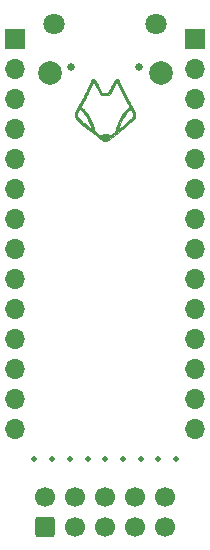
<source format=gbr>
%TF.GenerationSoftware,KiCad,Pcbnew,6.0.2-378541a8eb~116~ubuntu21.10.1*%
%TF.CreationDate,2022-02-16T23:17:44+01:00*%
%TF.ProjectId,GreenFox,47726565-6e46-46f7-982e-6b696361645f,Rev1*%
%TF.SameCoordinates,PX6d01460PY68c4118*%
%TF.FileFunction,Soldermask,Bot*%
%TF.FilePolarity,Negative*%
%FSLAX46Y46*%
G04 Gerber Fmt 4.6, Leading zero omitted, Abs format (unit mm)*
G04 Created by KiCad (PCBNEW 6.0.2-378541a8eb~116~ubuntu21.10.1) date 2022-02-16 23:17:44*
%MOMM*%
%LPD*%
G01*
G04 APERTURE LIST*
G04 Aperture macros list*
%AMRoundRect*
0 Rectangle with rounded corners*
0 $1 Rounding radius*
0 $2 $3 $4 $5 $6 $7 $8 $9 X,Y pos of 4 corners*
0 Add a 4 corners polygon primitive as box body*
4,1,4,$2,$3,$4,$5,$6,$7,$8,$9,$2,$3,0*
0 Add four circle primitives for the rounded corners*
1,1,$1+$1,$2,$3*
1,1,$1+$1,$4,$5*
1,1,$1+$1,$6,$7*
1,1,$1+$1,$8,$9*
0 Add four rect primitives between the rounded corners*
20,1,$1+$1,$2,$3,$4,$5,0*
20,1,$1+$1,$4,$5,$6,$7,0*
20,1,$1+$1,$6,$7,$8,$9,0*
20,1,$1+$1,$8,$9,$2,$3,0*%
G04 Aperture macros list end*
%ADD10C,0.010000*%
%ADD11C,0.650000*%
%ADD12C,1.800000*%
%ADD13C,2.000000*%
%ADD14C,0.500000*%
%ADD15O,1.700000X1.700000*%
%ADD16R,1.700000X1.700000*%
%ADD17C,1.700000*%
%ADD18RoundRect,0.250000X0.600000X-0.600000X0.600000X0.600000X-0.600000X0.600000X-0.600000X-0.600000X0*%
G04 APERTURE END LIST*
D10*
%TO.C,MARK1*%
X11025636Y40394381D02*
X11003371Y40365824D01*
X11003371Y40365824D02*
X10976581Y40325780D01*
X10976581Y40325780D02*
X10950179Y40281709D01*
X10950179Y40281709D02*
X10943722Y40270027D01*
X10943722Y40270027D02*
X10929423Y40243976D01*
X10929423Y40243976D02*
X10905961Y40201672D01*
X10905961Y40201672D02*
X10874559Y40145305D01*
X10874559Y40145305D02*
X10836443Y40077065D01*
X10836443Y40077065D02*
X10792836Y39999140D01*
X10792836Y39999140D02*
X10744963Y39913722D01*
X10744963Y39913722D02*
X10694048Y39822998D01*
X10694048Y39822998D02*
X10641315Y39729160D01*
X10641315Y39729160D02*
X10637825Y39722954D01*
X10637825Y39722954D02*
X10377432Y39259933D01*
X10377432Y39259933D02*
X9942568Y39259933D01*
X9942568Y39259933D02*
X9682175Y39722954D01*
X9682175Y39722954D02*
X9629366Y39816921D01*
X9629366Y39816921D02*
X9578294Y39907915D01*
X9578294Y39907915D02*
X9530184Y39993749D01*
X9530184Y39993749D02*
X9486260Y40072231D01*
X9486260Y40072231D02*
X9447746Y40141173D01*
X9447746Y40141173D02*
X9415867Y40198385D01*
X9415867Y40198385D02*
X9391847Y40241678D01*
X9391847Y40241678D02*
X9376911Y40268861D01*
X9376911Y40268861D02*
X9376278Y40270027D01*
X9376278Y40270027D02*
X9350829Y40313905D01*
X9350829Y40313905D02*
X9323659Y40355779D01*
X9323659Y40355779D02*
X9299680Y40388191D01*
X9299680Y40388191D02*
X9294365Y40394381D01*
X9294365Y40394381D02*
X9257954Y40434683D01*
X9257954Y40434683D02*
X9071748Y40434683D01*
X9071748Y40434683D02*
X9040329Y40391961D01*
X9040329Y40391961D02*
X9029515Y40373828D01*
X9029515Y40373828D02*
X9010826Y40338595D01*
X9010826Y40338595D02*
X8985298Y40288365D01*
X8985298Y40288365D02*
X8953965Y40225237D01*
X8953965Y40225237D02*
X8917861Y40151314D01*
X8917861Y40151314D02*
X8878021Y40068697D01*
X8878021Y40068697D02*
X8835479Y39979487D01*
X8835479Y39979487D02*
X8794140Y39891898D01*
X8794140Y39891898D02*
X8720923Y39736017D01*
X8720923Y39736017D02*
X8655731Y39597390D01*
X8655731Y39597390D02*
X8597591Y39474112D01*
X8597591Y39474112D02*
X8545528Y39364276D01*
X8545528Y39364276D02*
X8498570Y39265977D01*
X8498570Y39265977D02*
X8455744Y39177311D01*
X8455744Y39177311D02*
X8416077Y39096371D01*
X8416077Y39096371D02*
X8378596Y39021253D01*
X8378596Y39021253D02*
X8342327Y38950050D01*
X8342327Y38950050D02*
X8306298Y38880858D01*
X8306298Y38880858D02*
X8269535Y38811770D01*
X8269535Y38811770D02*
X8231066Y38740882D01*
X8231066Y38740882D02*
X8189917Y38666287D01*
X8189917Y38666287D02*
X8145116Y38586082D01*
X8145116Y38586082D02*
X8095688Y38498359D01*
X8095688Y38498359D02*
X8040662Y38401214D01*
X8040662Y38401214D02*
X7979064Y38292741D01*
X7979064Y38292741D02*
X7963359Y38265100D01*
X7963359Y38265100D02*
X7593542Y37614225D01*
X7593542Y37614225D02*
X7590012Y37496248D01*
X7590012Y37496248D02*
X7588932Y37441202D01*
X7588932Y37441202D02*
X7590094Y37400602D01*
X7590094Y37400602D02*
X7594313Y37367774D01*
X7594313Y37367774D02*
X7602402Y37336045D01*
X7602402Y37336045D02*
X7613567Y37303185D01*
X7613567Y37303185D02*
X7659471Y37194411D01*
X7659471Y37194411D02*
X7716356Y37094927D01*
X7716356Y37094927D02*
X7787726Y36999173D01*
X7787726Y36999173D02*
X7846984Y36932648D01*
X7846984Y36932648D02*
X7863193Y36917620D01*
X7863193Y36917620D02*
X7894892Y36890265D01*
X7894892Y36890265D02*
X7941019Y36851449D01*
X7941019Y36851449D02*
X8000512Y36802037D01*
X8000512Y36802037D02*
X8072310Y36742896D01*
X8072310Y36742896D02*
X8155350Y36674892D01*
X8155350Y36674892D02*
X8248570Y36598889D01*
X8248570Y36598889D02*
X8350908Y36515755D01*
X8350908Y36515755D02*
X8461302Y36426354D01*
X8461302Y36426354D02*
X8578691Y36331554D01*
X8578691Y36331554D02*
X8702011Y36232218D01*
X8702011Y36232218D02*
X8830201Y36129214D01*
X8830201Y36129214D02*
X8962199Y36023407D01*
X8962199Y36023407D02*
X8966660Y36019836D01*
X8966660Y36019836D02*
X10022278Y35174767D01*
X10022278Y35174767D02*
X10162577Y35175556D01*
X10162577Y35175556D02*
X10302875Y35176345D01*
X10302875Y35176345D02*
X11343629Y36010285D01*
X11343629Y36010285D02*
X11474624Y36115328D01*
X11474624Y36115328D02*
X11601778Y36217445D01*
X11601778Y36217445D02*
X11724030Y36315774D01*
X11724030Y36315774D02*
X11840316Y36409456D01*
X11840316Y36409456D02*
X11949576Y36497629D01*
X11949576Y36497629D02*
X12050748Y36579434D01*
X12050748Y36579434D02*
X12142769Y36654010D01*
X12142769Y36654010D02*
X12224578Y36720496D01*
X12224578Y36720496D02*
X12295112Y36778032D01*
X12295112Y36778032D02*
X12353311Y36825756D01*
X12353311Y36825756D02*
X12398111Y36862809D01*
X12398111Y36862809D02*
X12428451Y36888330D01*
X12428451Y36888330D02*
X12442945Y36901142D01*
X12442945Y36901142D02*
X12486400Y36947065D01*
X12486400Y36947065D02*
X12533137Y37002561D01*
X12533137Y37002561D02*
X12578757Y37061857D01*
X12578757Y37061857D02*
X12618860Y37119183D01*
X12618860Y37119183D02*
X12649044Y37168765D01*
X12649044Y37168765D02*
X12653628Y37177489D01*
X12653628Y37177489D02*
X12670872Y37214625D01*
X12670872Y37214625D02*
X12690379Y37261231D01*
X12690379Y37261231D02*
X12706525Y37303439D01*
X12706525Y37303439D02*
X12718723Y37339743D01*
X12718723Y37339743D02*
X12726335Y37371251D01*
X12726335Y37371251D02*
X12730171Y37404631D01*
X12730171Y37404631D02*
X12731042Y37446548D01*
X12731042Y37446548D02*
X12730668Y37464201D01*
X12730668Y37464201D02*
X12578070Y37464201D01*
X12578070Y37464201D02*
X12566596Y37418950D01*
X12566596Y37418950D02*
X12544206Y37364175D01*
X12544206Y37364175D02*
X12512635Y37302877D01*
X12512635Y37302877D02*
X12473617Y37238056D01*
X12473617Y37238056D02*
X12428889Y37172714D01*
X12428889Y37172714D02*
X12380184Y37109851D01*
X12380184Y37109851D02*
X12329238Y37052469D01*
X12329238Y37052469D02*
X12307066Y37030220D01*
X12307066Y37030220D02*
X12292390Y37017328D01*
X12292390Y37017328D02*
X12263584Y36993157D01*
X12263584Y36993157D02*
X12222342Y36959072D01*
X12222342Y36959072D02*
X12170358Y36916440D01*
X12170358Y36916440D02*
X12109325Y36866626D01*
X12109325Y36866626D02*
X12040937Y36810997D01*
X12040937Y36810997D02*
X11966888Y36750919D01*
X11966888Y36750919D02*
X11888872Y36687758D01*
X11888872Y36687758D02*
X11808582Y36622880D01*
X11808582Y36622880D02*
X11727711Y36557651D01*
X11727711Y36557651D02*
X11647955Y36493437D01*
X11647955Y36493437D02*
X11571005Y36431604D01*
X11571005Y36431604D02*
X11498557Y36373519D01*
X11498557Y36373519D02*
X11432304Y36320546D01*
X11432304Y36320546D02*
X11373939Y36274054D01*
X11373939Y36274054D02*
X11325156Y36235407D01*
X11325156Y36235407D02*
X11287649Y36205971D01*
X11287649Y36205971D02*
X11263111Y36187114D01*
X11263111Y36187114D02*
X11253237Y36180200D01*
X11253237Y36180200D02*
X11253176Y36180191D01*
X11253176Y36180191D02*
X11255594Y36189585D01*
X11255594Y36189585D02*
X11263751Y36215353D01*
X11263751Y36215353D02*
X11276464Y36253870D01*
X11276464Y36253870D02*
X11292547Y36301506D01*
X11292547Y36301506D02*
X11297645Y36316429D01*
X11297645Y36316429D02*
X11365490Y36498616D01*
X11365490Y36498616D02*
X11446300Y36688560D01*
X11446300Y36688560D02*
X11537489Y36881229D01*
X11537489Y36881229D02*
X11636473Y37071588D01*
X11636473Y37071588D02*
X11740666Y37254605D01*
X11740666Y37254605D02*
X11847482Y37425244D01*
X11847482Y37425244D02*
X11925654Y37539138D01*
X11925654Y37539138D02*
X11967555Y37593697D01*
X11967555Y37593697D02*
X12017955Y37653202D01*
X12017955Y37653202D02*
X12073144Y37713801D01*
X12073144Y37713801D02*
X12129411Y37771642D01*
X12129411Y37771642D02*
X12183048Y37822871D01*
X12183048Y37822871D02*
X12230344Y37863636D01*
X12230344Y37863636D02*
X12257482Y37883742D01*
X12257482Y37883742D02*
X12289890Y37904638D01*
X12289890Y37904638D02*
X12315619Y37919853D01*
X12315619Y37919853D02*
X12329543Y37926375D01*
X12329543Y37926375D02*
X12330084Y37926433D01*
X12330084Y37926433D02*
X12337365Y37917687D01*
X12337365Y37917687D02*
X12353060Y37893536D01*
X12353060Y37893536D02*
X12375366Y37857116D01*
X12375366Y37857116D02*
X12402482Y37811563D01*
X12402482Y37811563D02*
X12432605Y37760012D01*
X12432605Y37760012D02*
X12463936Y37705597D01*
X12463936Y37705597D02*
X12494671Y37651454D01*
X12494671Y37651454D02*
X12523010Y37600719D01*
X12523010Y37600719D02*
X12547151Y37556525D01*
X12547151Y37556525D02*
X12565292Y37522009D01*
X12565292Y37522009D02*
X12575633Y37500305D01*
X12575633Y37500305D02*
X12576892Y37496926D01*
X12576892Y37496926D02*
X12578070Y37464201D01*
X12578070Y37464201D02*
X12730668Y37464201D01*
X12730668Y37464201D02*
X12729988Y37496248D01*
X12729988Y37496248D02*
X12726458Y37614225D01*
X12726458Y37614225D02*
X12455547Y38091027D01*
X12455547Y38091027D02*
X12241945Y38091027D01*
X12241945Y38091027D02*
X12234268Y38081343D01*
X12234268Y38081343D02*
X12211900Y38066511D01*
X12211900Y38066511D02*
X12179622Y38049684D01*
X12179622Y38049684D02*
X12178445Y38049132D01*
X12178445Y38049132D02*
X12149010Y38033516D01*
X12149010Y38033516D02*
X12118760Y38013039D01*
X12118760Y38013039D02*
X12084535Y37985083D01*
X12084535Y37985083D02*
X12043174Y37947029D01*
X12043174Y37947029D02*
X11991517Y37896261D01*
X11991517Y37896261D02*
X11980333Y37885018D01*
X11980333Y37885018D02*
X11883522Y37780580D01*
X11883522Y37780580D02*
X11790408Y37665714D01*
X11790408Y37665714D02*
X11699519Y37538251D01*
X11699519Y37538251D02*
X11609385Y37396020D01*
X11609385Y37396020D02*
X11518533Y37236852D01*
X11518533Y37236852D02*
X11442196Y37091642D01*
X11442196Y37091642D02*
X11356841Y36918696D01*
X11356841Y36918696D02*
X11283563Y36758723D01*
X11283563Y36758723D02*
X11221026Y36608323D01*
X11221026Y36608323D02*
X11167896Y36464093D01*
X11167896Y36464093D02*
X11122835Y36322633D01*
X11122835Y36322633D02*
X11084727Y36181425D01*
X11084727Y36181425D02*
X11070911Y36126419D01*
X11070911Y36126419D02*
X11058396Y36078343D01*
X11058396Y36078343D02*
X11048239Y36041134D01*
X11048239Y36041134D02*
X11041501Y36018730D01*
X11041501Y36018730D02*
X11039827Y36014452D01*
X11039827Y36014452D02*
X11029898Y36004471D01*
X11029898Y36004471D02*
X11005885Y35983441D01*
X11005885Y35983441D02*
X10970291Y35953462D01*
X10970291Y35953462D02*
X10925621Y35916632D01*
X10925621Y35916632D02*
X10874378Y35875049D01*
X10874378Y35875049D02*
X10853208Y35858042D01*
X10853208Y35858042D02*
X10789084Y35807242D01*
X10789084Y35807242D02*
X10739260Y35769170D01*
X10739260Y35769170D02*
X10702061Y35742672D01*
X10702061Y35742672D02*
X10675809Y35726596D01*
X10675809Y35726596D02*
X10658827Y35719788D01*
X10658827Y35719788D02*
X10652125Y35719740D01*
X10652125Y35719740D02*
X10631160Y35725404D01*
X10631160Y35725404D02*
X10597411Y35734406D01*
X10597411Y35734406D02*
X10562167Y35743745D01*
X10562167Y35743745D02*
X10539674Y35748951D01*
X10539674Y35748951D02*
X10514251Y35753075D01*
X10514251Y35753075D02*
X10483291Y35756231D01*
X10483291Y35756231D02*
X10444187Y35758533D01*
X10444187Y35758533D02*
X10394333Y35760094D01*
X10394333Y35760094D02*
X10331123Y35761027D01*
X10331123Y35761027D02*
X10251948Y35761445D01*
X10251948Y35761445D02*
X10154708Y35761463D01*
X10154708Y35761463D02*
X10059817Y35761252D01*
X10059817Y35761252D02*
X9983343Y35760798D01*
X9983343Y35760798D02*
X9922535Y35759946D01*
X9922535Y35759946D02*
X9874643Y35758543D01*
X9874643Y35758543D02*
X9836919Y35756435D01*
X9836919Y35756435D02*
X9806610Y35753466D01*
X9806610Y35753466D02*
X9780969Y35749484D01*
X9780969Y35749484D02*
X9757244Y35744333D01*
X9757244Y35744333D02*
X9732685Y35737860D01*
X9732685Y35737860D02*
X9732429Y35737789D01*
X9732429Y35737789D02*
X9690309Y35727519D01*
X9690309Y35727519D02*
X9657408Y35722242D01*
X9657408Y35722242D02*
X9638701Y35722704D01*
X9638701Y35722704D02*
X9637179Y35723490D01*
X9637179Y35723490D02*
X9599706Y35752606D01*
X9599706Y35752606D02*
X9555165Y35787828D01*
X9555165Y35787828D02*
X9506370Y35826860D01*
X9506370Y35826860D02*
X9456141Y35867403D01*
X9456141Y35867403D02*
X9407292Y35907162D01*
X9407292Y35907162D02*
X9362642Y35943841D01*
X9362642Y35943841D02*
X9325007Y35975141D01*
X9325007Y35975141D02*
X9297204Y35998768D01*
X9297204Y35998768D02*
X9282050Y36012423D01*
X9282050Y36012423D02*
X9280173Y36014557D01*
X9280173Y36014557D02*
X9275389Y36028684D01*
X9275389Y36028684D02*
X9266694Y36059453D01*
X9266694Y36059453D02*
X9255147Y36102929D01*
X9255147Y36102929D02*
X9241806Y36155179D01*
X9241806Y36155179D02*
X9235273Y36181425D01*
X9235273Y36181425D02*
X9233569Y36187736D01*
X9233569Y36187736D02*
X9058014Y36187736D01*
X9058014Y36187736D02*
X9056683Y36187898D01*
X9056683Y36187898D02*
X9046249Y36196195D01*
X9046249Y36196195D02*
X9020756Y36216541D01*
X9020756Y36216541D02*
X8981673Y36247763D01*
X8981673Y36247763D02*
X8930468Y36288685D01*
X8930468Y36288685D02*
X8868609Y36338135D01*
X8868609Y36338135D02*
X8797567Y36394938D01*
X8797567Y36394938D02*
X8718809Y36457920D01*
X8718809Y36457920D02*
X8633804Y36525906D01*
X8633804Y36525906D02*
X8544021Y36597724D01*
X8544021Y36597724D02*
X8540750Y36600341D01*
X8540750Y36600341D02*
X8427130Y36691379D01*
X8427130Y36691379D02*
X8328788Y36770578D01*
X8328788Y36770578D02*
X8244346Y36839160D01*
X8244346Y36839160D02*
X8172431Y36898354D01*
X8172431Y36898354D02*
X8111667Y36949384D01*
X8111667Y36949384D02*
X8060678Y36993476D01*
X8060678Y36993476D02*
X8018090Y37031855D01*
X8018090Y37031855D02*
X7982526Y37065747D01*
X7982526Y37065747D02*
X7952611Y37096379D01*
X7952611Y37096379D02*
X7926971Y37124974D01*
X7926971Y37124974D02*
X7904230Y37152760D01*
X7904230Y37152760D02*
X7883012Y37180962D01*
X7883012Y37180962D02*
X7872134Y37196183D01*
X7872134Y37196183D02*
X7833095Y37256080D01*
X7833095Y37256080D02*
X7799018Y37316973D01*
X7799018Y37316973D02*
X7771461Y37375234D01*
X7771461Y37375234D02*
X7751978Y37427238D01*
X7751978Y37427238D02*
X7742126Y37469358D01*
X7742126Y37469358D02*
X7743108Y37496926D01*
X7743108Y37496926D02*
X7750917Y37514441D01*
X7750917Y37514441D02*
X7767036Y37545654D01*
X7767036Y37545654D02*
X7789664Y37587431D01*
X7789664Y37587431D02*
X7817000Y37636635D01*
X7817000Y37636635D02*
X7847240Y37690133D01*
X7847240Y37690133D02*
X7878585Y37744789D01*
X7878585Y37744789D02*
X7909233Y37797467D01*
X7909233Y37797467D02*
X7937381Y37845033D01*
X7937381Y37845033D02*
X7961229Y37884351D01*
X7961229Y37884351D02*
X7978974Y37912287D01*
X7978974Y37912287D02*
X7988816Y37925705D01*
X7988816Y37925705D02*
X7989917Y37926433D01*
X7989917Y37926433D02*
X8002397Y37920934D01*
X8002397Y37920934D02*
X8027187Y37906443D01*
X8027187Y37906443D02*
X8059164Y37885975D01*
X8059164Y37885975D02*
X8062519Y37883742D01*
X8062519Y37883742D02*
X8103234Y37852503D01*
X8103234Y37852503D02*
X8152865Y37808126D01*
X8152865Y37808126D02*
X8207700Y37754465D01*
X8207700Y37754465D02*
X8264031Y37695372D01*
X8264031Y37695372D02*
X8318148Y37634698D01*
X8318148Y37634698D02*
X8366342Y37576297D01*
X8366342Y37576297D02*
X8394347Y37539138D01*
X8394347Y37539138D02*
X8501904Y37380018D01*
X8501904Y37380018D02*
X8608650Y37204832D01*
X8608650Y37204832D02*
X8712004Y37018607D01*
X8712004Y37018607D02*
X8809386Y36826370D01*
X8809386Y36826370D02*
X8898213Y36633147D01*
X8898213Y36633147D02*
X8975906Y36443966D01*
X8975906Y36443966D02*
X9022798Y36315136D01*
X9022798Y36315136D02*
X9038825Y36266449D01*
X9038825Y36266449D02*
X9050612Y36226826D01*
X9050612Y36226826D02*
X9057296Y36199508D01*
X9057296Y36199508D02*
X9058014Y36187736D01*
X9058014Y36187736D02*
X9233569Y36187736D01*
X9233569Y36187736D02*
X9196910Y36323502D01*
X9196910Y36323502D02*
X9151804Y36464968D01*
X9151804Y36464968D02*
X9098619Y36609226D01*
X9098619Y36609226D02*
X9036021Y36759675D01*
X9036021Y36759675D02*
X8962673Y36919717D01*
X8962673Y36919717D02*
X8877804Y37091642D01*
X8877804Y37091642D02*
X8785258Y37266374D01*
X8785258Y37266374D02*
X8694641Y37422384D01*
X8694641Y37422384D02*
X8604480Y37561841D01*
X8604480Y37561841D02*
X8513304Y37686915D01*
X8513304Y37686915D02*
X8419643Y37799776D01*
X8419643Y37799776D02*
X8339667Y37885018D01*
X8339667Y37885018D02*
X8285708Y37938485D01*
X8285708Y37938485D02*
X8242643Y37978742D01*
X8242643Y37978742D02*
X8207310Y38008406D01*
X8207310Y38008406D02*
X8176551Y38030097D01*
X8176551Y38030097D02*
X8147205Y38046431D01*
X8147205Y38046431D02*
X8141556Y38049132D01*
X8141556Y38049132D02*
X8109032Y38065971D01*
X8109032Y38065971D02*
X8086262Y38080920D01*
X8086262Y38080920D02*
X8078025Y38090823D01*
X8078025Y38090823D02*
X8078056Y38091027D01*
X8078056Y38091027D02*
X8083637Y38102434D01*
X8083637Y38102434D02*
X8098548Y38130164D01*
X8098548Y38130164D02*
X8121639Y38172147D01*
X8121639Y38172147D02*
X8151757Y38226315D01*
X8151757Y38226315D02*
X8187754Y38290601D01*
X8187754Y38290601D02*
X8228477Y38362937D01*
X8228477Y38362937D02*
X8272777Y38441254D01*
X8272777Y38441254D02*
X8281226Y38456152D01*
X8281226Y38456152D02*
X8333169Y38548413D01*
X8333169Y38548413D02*
X8381220Y38635450D01*
X8381220Y38635450D02*
X8426964Y38720370D01*
X8426964Y38720370D02*
X8471990Y38806283D01*
X8471990Y38806283D02*
X8517885Y38896296D01*
X8517885Y38896296D02*
X8566234Y38993517D01*
X8566234Y38993517D02*
X8618625Y39101055D01*
X8618625Y39101055D02*
X8676645Y39222017D01*
X8676645Y39222017D02*
X8734832Y39344600D01*
X8734832Y39344600D02*
X8783709Y39448044D01*
X8783709Y39448044D02*
X8831320Y39548981D01*
X8831320Y39548981D02*
X8876621Y39645188D01*
X8876621Y39645188D02*
X8918571Y39734446D01*
X8918571Y39734446D02*
X8956128Y39814533D01*
X8956128Y39814533D02*
X8988250Y39883228D01*
X8988250Y39883228D02*
X9013893Y39938310D01*
X9013893Y39938310D02*
X9032017Y39977559D01*
X9032017Y39977559D02*
X9037767Y39990183D01*
X9037767Y39990183D02*
X9062969Y40045100D01*
X9062969Y40045100D02*
X9090078Y40102734D01*
X9090078Y40102734D02*
X9115093Y40154637D01*
X9115093Y40154637D02*
X9127678Y40179999D01*
X9127678Y40179999D02*
X9167408Y40258690D01*
X9167408Y40258690D02*
X9186968Y40232916D01*
X9186968Y40232916D02*
X9198303Y40215014D01*
X9198303Y40215014D02*
X9217123Y40182016D01*
X9217123Y40182016D02*
X9241345Y40137708D01*
X9241345Y40137708D02*
X9268890Y40085876D01*
X9268890Y40085876D02*
X9288391Y40048392D01*
X9288391Y40048392D02*
X9316240Y39994951D01*
X9316240Y39994951D02*
X9341396Y39947732D01*
X9341396Y39947732D02*
X9362006Y39910129D01*
X9362006Y39910129D02*
X9376221Y39885534D01*
X9376221Y39885534D02*
X9381481Y39877759D01*
X9381481Y39877759D02*
X9388917Y39866231D01*
X9388917Y39866231D02*
X9405523Y39838207D01*
X9405523Y39838207D02*
X9430160Y39795678D01*
X9430160Y39795678D02*
X9461691Y39740634D01*
X9461691Y39740634D02*
X9498977Y39675067D01*
X9498977Y39675067D02*
X9540881Y39600967D01*
X9540881Y39600967D02*
X9586263Y39520325D01*
X9586263Y39520325D02*
X9609667Y39478596D01*
X9609667Y39478596D02*
X9826625Y39091315D01*
X9826625Y39091315D02*
X9886963Y39090958D01*
X9886963Y39090958D02*
X9933737Y39093756D01*
X9933737Y39093756D02*
X9984833Y39101274D01*
X9984833Y39101274D02*
X10008249Y39106475D01*
X10008249Y39106475D02*
X10068806Y39117002D01*
X10068806Y39117002D02*
X10140677Y39121542D01*
X10140677Y39121542D02*
X10214872Y39120097D01*
X10214872Y39120097D02*
X10282402Y39112666D01*
X10282402Y39112666D02*
X10311751Y39106475D01*
X10311751Y39106475D02*
X10358766Y39097274D01*
X10358766Y39097274D02*
X10409788Y39091727D01*
X10409788Y39091727D02*
X10433037Y39090958D01*
X10433037Y39090958D02*
X10493375Y39091315D01*
X10493375Y39091315D02*
X10710333Y39478596D01*
X10710333Y39478596D02*
X10757017Y39561739D01*
X10757017Y39561739D02*
X10800786Y39639327D01*
X10800786Y39639327D02*
X10840500Y39709367D01*
X10840500Y39709367D02*
X10875022Y39769869D01*
X10875022Y39769869D02*
X10903214Y39818843D01*
X10903214Y39818843D02*
X10923938Y39854296D01*
X10923938Y39854296D02*
X10936056Y39874239D01*
X10936056Y39874239D02*
X10938519Y39877759D01*
X10938519Y39877759D02*
X10946927Y39890776D01*
X10946927Y39890776D02*
X10963075Y39919267D01*
X10963075Y39919267D02*
X10985114Y39959838D01*
X10985114Y39959838D02*
X11011190Y40009097D01*
X11011190Y40009097D02*
X11031610Y40048392D01*
X11031610Y40048392D02*
X11060223Y40103171D01*
X11060223Y40103171D02*
X11086925Y40152992D01*
X11086925Y40152992D02*
X11109633Y40194069D01*
X11109633Y40194069D02*
X11126268Y40222615D01*
X11126268Y40222615D02*
X11133032Y40232916D01*
X11133032Y40232916D02*
X11152592Y40258690D01*
X11152592Y40258690D02*
X11192322Y40179999D01*
X11192322Y40179999D02*
X11214072Y40135794D01*
X11214072Y40135794D02*
X11240372Y40080674D01*
X11240372Y40080674D02*
X11267218Y40023089D01*
X11267218Y40023089D02*
X11282233Y39990183D01*
X11282233Y39990183D02*
X11296353Y39959375D01*
X11296353Y39959375D02*
X11318496Y39911661D01*
X11318496Y39911661D02*
X11347620Y39849261D01*
X11347620Y39849261D02*
X11382682Y39774397D01*
X11382682Y39774397D02*
X11422641Y39689290D01*
X11422641Y39689290D02*
X11466455Y39596161D01*
X11466455Y39596161D02*
X11513081Y39497231D01*
X11513081Y39497231D02*
X11561476Y39394720D01*
X11561476Y39394720D02*
X11585169Y39344600D01*
X11585169Y39344600D02*
X11649593Y39208939D01*
X11649593Y39208939D02*
X11706965Y39089492D01*
X11706965Y39089492D02*
X11758870Y38983153D01*
X11758870Y38983153D02*
X11806895Y38886811D01*
X11806895Y38886811D02*
X11852628Y38797360D01*
X11852628Y38797360D02*
X11897655Y38711692D01*
X11897655Y38711692D02*
X11943563Y38626697D01*
X11943563Y38626697D02*
X11991938Y38539269D01*
X11991938Y38539269D02*
X12038774Y38456152D01*
X12038774Y38456152D02*
X12083606Y38376959D01*
X12083606Y38376959D02*
X12125074Y38303368D01*
X12125074Y38303368D02*
X12162027Y38237446D01*
X12162027Y38237446D02*
X12193313Y38181260D01*
X12193313Y38181260D02*
X12217783Y38136880D01*
X12217783Y38136880D02*
X12234286Y38106373D01*
X12234286Y38106373D02*
X12241670Y38091806D01*
X12241670Y38091806D02*
X12241945Y38091027D01*
X12241945Y38091027D02*
X12455547Y38091027D01*
X12455547Y38091027D02*
X12356641Y38265100D01*
X12356641Y38265100D02*
X12293339Y38376544D01*
X12293339Y38376544D02*
X12236840Y38476207D01*
X12236840Y38476207D02*
X12186170Y38565996D01*
X12186170Y38565996D02*
X12140358Y38647814D01*
X12140358Y38647814D02*
X12098430Y38723569D01*
X12098430Y38723569D02*
X12059412Y38795165D01*
X12059412Y38795165D02*
X12022332Y38864508D01*
X12022332Y38864508D02*
X11986217Y38933503D01*
X11986217Y38933503D02*
X11950093Y39004056D01*
X11950093Y39004056D02*
X11912988Y39078072D01*
X11912988Y39078072D02*
X11873928Y39157456D01*
X11873928Y39157456D02*
X11831941Y39244114D01*
X11831941Y39244114D02*
X11786053Y39339952D01*
X11786053Y39339952D02*
X11735291Y39446875D01*
X11735291Y39446875D02*
X11678682Y39566788D01*
X11678682Y39566788D02*
X11615253Y39701596D01*
X11615253Y39701596D02*
X11544031Y39853206D01*
X11544031Y39853206D02*
X11525861Y39891898D01*
X11525861Y39891898D02*
X11481728Y39985375D01*
X11481728Y39985375D02*
X11439328Y40074225D01*
X11439328Y40074225D02*
X11399697Y40156347D01*
X11399697Y40156347D02*
X11363868Y40229640D01*
X11363868Y40229640D02*
X11332877Y40292002D01*
X11332877Y40292002D02*
X11307757Y40341332D01*
X11307757Y40341332D02*
X11289543Y40375529D01*
X11289543Y40375529D02*
X11279671Y40391961D01*
X11279671Y40391961D02*
X11248252Y40434683D01*
X11248252Y40434683D02*
X11062047Y40434683D01*
X11062047Y40434683D02*
X11025636Y40394381D01*
X11025636Y40394381D02*
X11025636Y40394381D01*
G36*
X12730171Y37404631D02*
G01*
X12726335Y37371251D01*
X12718723Y37339743D01*
X12706525Y37303439D01*
X12690379Y37261231D01*
X12670872Y37214625D01*
X12653628Y37177489D01*
X12649044Y37168765D01*
X12618860Y37119183D01*
X12578757Y37061857D01*
X12533137Y37002561D01*
X12486400Y36947065D01*
X12442945Y36901142D01*
X12428451Y36888330D01*
X12398111Y36862809D01*
X12353311Y36825756D01*
X12295112Y36778032D01*
X12224578Y36720496D01*
X12142769Y36654010D01*
X12050748Y36579434D01*
X11949576Y36497629D01*
X11840316Y36409456D01*
X11724030Y36315774D01*
X11601778Y36217445D01*
X11474624Y36115328D01*
X11343629Y36010285D01*
X10302875Y35176345D01*
X10162577Y35175556D01*
X10022278Y35174767D01*
X8966660Y36019836D01*
X8962199Y36023407D01*
X8830201Y36129214D01*
X8702011Y36232218D01*
X8578691Y36331554D01*
X8461302Y36426354D01*
X8350908Y36515755D01*
X8248570Y36598889D01*
X8155350Y36674892D01*
X8072310Y36742896D01*
X8000512Y36802037D01*
X7941019Y36851449D01*
X7894892Y36890265D01*
X7863193Y36917620D01*
X7846984Y36932648D01*
X7787726Y36999173D01*
X7716356Y37094927D01*
X7659471Y37194411D01*
X7613567Y37303185D01*
X7602402Y37336045D01*
X7594313Y37367774D01*
X7590094Y37400602D01*
X7588932Y37441202D01*
X7589484Y37469358D01*
X7742126Y37469358D01*
X7751978Y37427238D01*
X7771461Y37375234D01*
X7799018Y37316973D01*
X7833095Y37256080D01*
X7872134Y37196183D01*
X7883012Y37180962D01*
X7904230Y37152760D01*
X7926971Y37124974D01*
X7952611Y37096379D01*
X7982526Y37065747D01*
X8018090Y37031855D01*
X8060678Y36993476D01*
X8111667Y36949384D01*
X8172431Y36898354D01*
X8244346Y36839160D01*
X8328788Y36770578D01*
X8427130Y36691379D01*
X8540750Y36600341D01*
X8544021Y36597724D01*
X8633804Y36525906D01*
X8718809Y36457920D01*
X8797567Y36394938D01*
X8868609Y36338135D01*
X8930468Y36288685D01*
X8981673Y36247763D01*
X9020756Y36216541D01*
X9046249Y36196195D01*
X9056683Y36187898D01*
X9058014Y36187736D01*
X9057296Y36199508D01*
X9050612Y36226826D01*
X9038825Y36266449D01*
X9022798Y36315136D01*
X8975906Y36443966D01*
X8898213Y36633147D01*
X8809386Y36826370D01*
X8712004Y37018607D01*
X8608650Y37204832D01*
X8501904Y37380018D01*
X8394347Y37539138D01*
X8366342Y37576297D01*
X8318148Y37634698D01*
X8264031Y37695372D01*
X8207700Y37754465D01*
X8152865Y37808126D01*
X8103234Y37852503D01*
X8062519Y37883742D01*
X8059164Y37885975D01*
X8027187Y37906443D01*
X8002397Y37920934D01*
X7989917Y37926433D01*
X7988816Y37925705D01*
X7978974Y37912287D01*
X7961229Y37884351D01*
X7937381Y37845033D01*
X7909233Y37797467D01*
X7878585Y37744789D01*
X7847240Y37690133D01*
X7817000Y37636635D01*
X7789664Y37587431D01*
X7767036Y37545654D01*
X7750917Y37514441D01*
X7743108Y37496926D01*
X7742126Y37469358D01*
X7589484Y37469358D01*
X7590012Y37496248D01*
X7593542Y37614225D01*
X7864338Y38090823D01*
X8078025Y38090823D01*
X8086262Y38080920D01*
X8109032Y38065971D01*
X8141556Y38049132D01*
X8147205Y38046431D01*
X8176551Y38030097D01*
X8207310Y38008406D01*
X8242643Y37978742D01*
X8285708Y37938485D01*
X8339667Y37885018D01*
X8419643Y37799776D01*
X8513304Y37686915D01*
X8604480Y37561841D01*
X8694641Y37422384D01*
X8785258Y37266374D01*
X8877804Y37091642D01*
X8962673Y36919717D01*
X9036021Y36759675D01*
X9098619Y36609226D01*
X9151804Y36464968D01*
X9196910Y36323502D01*
X9233569Y36187736D01*
X9235273Y36181425D01*
X9241806Y36155179D01*
X9255147Y36102929D01*
X9266694Y36059453D01*
X9275389Y36028684D01*
X9280173Y36014557D01*
X9282050Y36012423D01*
X9297204Y35998768D01*
X9325007Y35975141D01*
X9362642Y35943841D01*
X9407292Y35907162D01*
X9456141Y35867403D01*
X9506370Y35826860D01*
X9555165Y35787828D01*
X9599706Y35752606D01*
X9637179Y35723490D01*
X9638701Y35722704D01*
X9657408Y35722242D01*
X9690309Y35727519D01*
X9732429Y35737789D01*
X9732685Y35737860D01*
X9757244Y35744333D01*
X9780969Y35749484D01*
X9806610Y35753466D01*
X9836919Y35756435D01*
X9874643Y35758543D01*
X9922535Y35759946D01*
X9983343Y35760798D01*
X10059817Y35761252D01*
X10154708Y35761463D01*
X10251948Y35761445D01*
X10331123Y35761027D01*
X10394333Y35760094D01*
X10444187Y35758533D01*
X10483291Y35756231D01*
X10514251Y35753075D01*
X10539674Y35748951D01*
X10562167Y35743745D01*
X10597411Y35734406D01*
X10631160Y35725404D01*
X10652125Y35719740D01*
X10658827Y35719788D01*
X10675809Y35726596D01*
X10702061Y35742672D01*
X10739260Y35769170D01*
X10789084Y35807242D01*
X10853208Y35858042D01*
X10874378Y35875049D01*
X10925621Y35916632D01*
X10970291Y35953462D01*
X11005885Y35983441D01*
X11029898Y36004471D01*
X11039827Y36014452D01*
X11041501Y36018730D01*
X11048239Y36041134D01*
X11058396Y36078343D01*
X11070911Y36126419D01*
X11084417Y36180191D01*
X11253176Y36180191D01*
X11253237Y36180200D01*
X11263111Y36187114D01*
X11287649Y36205971D01*
X11325156Y36235407D01*
X11373939Y36274054D01*
X11432304Y36320546D01*
X11498557Y36373519D01*
X11571005Y36431604D01*
X11647955Y36493437D01*
X11727711Y36557651D01*
X11808582Y36622880D01*
X11888872Y36687758D01*
X11966888Y36750919D01*
X12040937Y36810997D01*
X12109325Y36866626D01*
X12170358Y36916440D01*
X12222342Y36959072D01*
X12263584Y36993157D01*
X12292390Y37017328D01*
X12307066Y37030220D01*
X12329238Y37052469D01*
X12380184Y37109851D01*
X12428889Y37172714D01*
X12473617Y37238056D01*
X12512635Y37302877D01*
X12544206Y37364175D01*
X12566596Y37418950D01*
X12578070Y37464201D01*
X12576892Y37496926D01*
X12575633Y37500305D01*
X12565292Y37522009D01*
X12547151Y37556525D01*
X12523010Y37600719D01*
X12494671Y37651454D01*
X12463936Y37705597D01*
X12432605Y37760012D01*
X12402482Y37811563D01*
X12375366Y37857116D01*
X12353060Y37893536D01*
X12337365Y37917687D01*
X12330084Y37926433D01*
X12329543Y37926375D01*
X12315619Y37919853D01*
X12289890Y37904638D01*
X12257482Y37883742D01*
X12230344Y37863636D01*
X12183048Y37822871D01*
X12129411Y37771642D01*
X12073144Y37713801D01*
X12017955Y37653202D01*
X11967555Y37593697D01*
X11925654Y37539138D01*
X11847482Y37425244D01*
X11740666Y37254605D01*
X11636473Y37071588D01*
X11537489Y36881229D01*
X11446300Y36688560D01*
X11365490Y36498616D01*
X11297645Y36316429D01*
X11292547Y36301506D01*
X11276464Y36253870D01*
X11263751Y36215353D01*
X11255594Y36189585D01*
X11253176Y36180191D01*
X11084417Y36180191D01*
X11084727Y36181425D01*
X11122835Y36322633D01*
X11167896Y36464093D01*
X11221026Y36608323D01*
X11283563Y36758723D01*
X11356841Y36918696D01*
X11442196Y37091642D01*
X11518533Y37236852D01*
X11609385Y37396020D01*
X11699519Y37538251D01*
X11790408Y37665714D01*
X11883522Y37780580D01*
X11980333Y37885018D01*
X11991517Y37896261D01*
X12043174Y37947029D01*
X12084535Y37985083D01*
X12118760Y38013039D01*
X12149010Y38033516D01*
X12178445Y38049132D01*
X12179622Y38049684D01*
X12211900Y38066511D01*
X12234268Y38081343D01*
X12241945Y38091027D01*
X12241670Y38091806D01*
X12234286Y38106373D01*
X12217783Y38136880D01*
X12193313Y38181260D01*
X12162027Y38237446D01*
X12125074Y38303368D01*
X12083606Y38376959D01*
X12038774Y38456152D01*
X11991938Y38539269D01*
X11943563Y38626697D01*
X11897655Y38711692D01*
X11852628Y38797360D01*
X11806895Y38886811D01*
X11758870Y38983153D01*
X11706965Y39089492D01*
X11649593Y39208939D01*
X11585169Y39344600D01*
X11561476Y39394720D01*
X11513081Y39497231D01*
X11466455Y39596161D01*
X11422641Y39689290D01*
X11382682Y39774397D01*
X11347620Y39849261D01*
X11318496Y39911661D01*
X11296353Y39959375D01*
X11282233Y39990183D01*
X11267218Y40023089D01*
X11240372Y40080674D01*
X11214072Y40135794D01*
X11192322Y40179999D01*
X11152592Y40258690D01*
X11133032Y40232916D01*
X11126268Y40222615D01*
X11109633Y40194069D01*
X11086925Y40152992D01*
X11060223Y40103171D01*
X11031610Y40048392D01*
X11011190Y40009097D01*
X10985114Y39959838D01*
X10963075Y39919267D01*
X10946927Y39890776D01*
X10938519Y39877759D01*
X10936056Y39874239D01*
X10923938Y39854296D01*
X10903214Y39818843D01*
X10875022Y39769869D01*
X10840500Y39709367D01*
X10800786Y39639327D01*
X10757017Y39561739D01*
X10710333Y39478596D01*
X10493375Y39091315D01*
X10433037Y39090958D01*
X10409788Y39091727D01*
X10358766Y39097274D01*
X10311751Y39106475D01*
X10282402Y39112666D01*
X10214872Y39120097D01*
X10140677Y39121542D01*
X10068806Y39117002D01*
X10008249Y39106475D01*
X9984833Y39101274D01*
X9933737Y39093756D01*
X9886963Y39090958D01*
X9826625Y39091315D01*
X9609667Y39478596D01*
X9586263Y39520325D01*
X9540881Y39600967D01*
X9498977Y39675067D01*
X9461691Y39740634D01*
X9430160Y39795678D01*
X9405523Y39838207D01*
X9388917Y39866231D01*
X9381481Y39877759D01*
X9376221Y39885534D01*
X9362006Y39910129D01*
X9341396Y39947732D01*
X9316240Y39994951D01*
X9288391Y40048392D01*
X9268890Y40085876D01*
X9241345Y40137708D01*
X9217123Y40182016D01*
X9198303Y40215014D01*
X9186968Y40232916D01*
X9167408Y40258690D01*
X9127678Y40179999D01*
X9115093Y40154637D01*
X9090078Y40102734D01*
X9062969Y40045100D01*
X9037767Y39990183D01*
X9032017Y39977559D01*
X9013893Y39938310D01*
X8988250Y39883228D01*
X8956128Y39814533D01*
X8918571Y39734446D01*
X8876621Y39645188D01*
X8831320Y39548981D01*
X8783709Y39448044D01*
X8734832Y39344600D01*
X8676645Y39222017D01*
X8618625Y39101055D01*
X8566234Y38993517D01*
X8517885Y38896296D01*
X8471990Y38806283D01*
X8426964Y38720370D01*
X8381220Y38635450D01*
X8333169Y38548413D01*
X8281226Y38456152D01*
X8272777Y38441254D01*
X8228477Y38362937D01*
X8187754Y38290601D01*
X8151757Y38226315D01*
X8121639Y38172147D01*
X8098548Y38130164D01*
X8083637Y38102434D01*
X8078056Y38091027D01*
X8078025Y38090823D01*
X7864338Y38090823D01*
X7963359Y38265100D01*
X7979064Y38292741D01*
X8040662Y38401214D01*
X8095688Y38498359D01*
X8145116Y38586082D01*
X8189917Y38666287D01*
X8231066Y38740882D01*
X8269535Y38811770D01*
X8306298Y38880858D01*
X8342327Y38950050D01*
X8378596Y39021253D01*
X8416077Y39096371D01*
X8455744Y39177311D01*
X8498570Y39265977D01*
X8545528Y39364276D01*
X8597591Y39474112D01*
X8655731Y39597390D01*
X8720923Y39736017D01*
X8794140Y39891898D01*
X8835479Y39979487D01*
X8878021Y40068697D01*
X8917861Y40151314D01*
X8953965Y40225237D01*
X8985298Y40288365D01*
X9010826Y40338595D01*
X9029515Y40373828D01*
X9040329Y40391961D01*
X9071748Y40434683D01*
X9257954Y40434683D01*
X9294365Y40394381D01*
X9299680Y40388191D01*
X9323659Y40355779D01*
X9350829Y40313905D01*
X9376278Y40270027D01*
X9376911Y40268861D01*
X9391847Y40241678D01*
X9415867Y40198385D01*
X9447746Y40141173D01*
X9486260Y40072231D01*
X9530184Y39993749D01*
X9578294Y39907915D01*
X9629366Y39816921D01*
X9682175Y39722954D01*
X9942568Y39259933D01*
X10377432Y39259933D01*
X10637825Y39722954D01*
X10641315Y39729160D01*
X10694048Y39822998D01*
X10744963Y39913722D01*
X10792836Y39999140D01*
X10836443Y40077065D01*
X10874559Y40145305D01*
X10905961Y40201672D01*
X10929423Y40243976D01*
X10943722Y40270027D01*
X10950179Y40281709D01*
X10976581Y40325780D01*
X11003371Y40365824D01*
X11025636Y40394381D01*
X11062047Y40434683D01*
X11248252Y40434683D01*
X11279671Y40391961D01*
X11289543Y40375529D01*
X11307757Y40341332D01*
X11332877Y40292002D01*
X11363868Y40229640D01*
X11399697Y40156347D01*
X11439328Y40074225D01*
X11481728Y39985375D01*
X11525861Y39891898D01*
X11544031Y39853206D01*
X11615253Y39701596D01*
X11678682Y39566788D01*
X11735291Y39446875D01*
X11786053Y39339952D01*
X11831941Y39244114D01*
X11873928Y39157456D01*
X11912988Y39078072D01*
X11950093Y39004056D01*
X11986217Y38933503D01*
X12022332Y38864508D01*
X12059412Y38795165D01*
X12098430Y38723569D01*
X12140358Y38647814D01*
X12186170Y38565996D01*
X12236840Y38476207D01*
X12293339Y38376544D01*
X12356641Y38265100D01*
X12455547Y38091027D01*
X12726458Y37614225D01*
X12729988Y37496248D01*
X12730668Y37464201D01*
X12731042Y37446548D01*
X12730171Y37404631D01*
G37*
X12730171Y37404631D02*
X12726335Y37371251D01*
X12718723Y37339743D01*
X12706525Y37303439D01*
X12690379Y37261231D01*
X12670872Y37214625D01*
X12653628Y37177489D01*
X12649044Y37168765D01*
X12618860Y37119183D01*
X12578757Y37061857D01*
X12533137Y37002561D01*
X12486400Y36947065D01*
X12442945Y36901142D01*
X12428451Y36888330D01*
X12398111Y36862809D01*
X12353311Y36825756D01*
X12295112Y36778032D01*
X12224578Y36720496D01*
X12142769Y36654010D01*
X12050748Y36579434D01*
X11949576Y36497629D01*
X11840316Y36409456D01*
X11724030Y36315774D01*
X11601778Y36217445D01*
X11474624Y36115328D01*
X11343629Y36010285D01*
X10302875Y35176345D01*
X10162577Y35175556D01*
X10022278Y35174767D01*
X8966660Y36019836D01*
X8962199Y36023407D01*
X8830201Y36129214D01*
X8702011Y36232218D01*
X8578691Y36331554D01*
X8461302Y36426354D01*
X8350908Y36515755D01*
X8248570Y36598889D01*
X8155350Y36674892D01*
X8072310Y36742896D01*
X8000512Y36802037D01*
X7941019Y36851449D01*
X7894892Y36890265D01*
X7863193Y36917620D01*
X7846984Y36932648D01*
X7787726Y36999173D01*
X7716356Y37094927D01*
X7659471Y37194411D01*
X7613567Y37303185D01*
X7602402Y37336045D01*
X7594313Y37367774D01*
X7590094Y37400602D01*
X7588932Y37441202D01*
X7589484Y37469358D01*
X7742126Y37469358D01*
X7751978Y37427238D01*
X7771461Y37375234D01*
X7799018Y37316973D01*
X7833095Y37256080D01*
X7872134Y37196183D01*
X7883012Y37180962D01*
X7904230Y37152760D01*
X7926971Y37124974D01*
X7952611Y37096379D01*
X7982526Y37065747D01*
X8018090Y37031855D01*
X8060678Y36993476D01*
X8111667Y36949384D01*
X8172431Y36898354D01*
X8244346Y36839160D01*
X8328788Y36770578D01*
X8427130Y36691379D01*
X8540750Y36600341D01*
X8544021Y36597724D01*
X8633804Y36525906D01*
X8718809Y36457920D01*
X8797567Y36394938D01*
X8868609Y36338135D01*
X8930468Y36288685D01*
X8981673Y36247763D01*
X9020756Y36216541D01*
X9046249Y36196195D01*
X9056683Y36187898D01*
X9058014Y36187736D01*
X9057296Y36199508D01*
X9050612Y36226826D01*
X9038825Y36266449D01*
X9022798Y36315136D01*
X8975906Y36443966D01*
X8898213Y36633147D01*
X8809386Y36826370D01*
X8712004Y37018607D01*
X8608650Y37204832D01*
X8501904Y37380018D01*
X8394347Y37539138D01*
X8366342Y37576297D01*
X8318148Y37634698D01*
X8264031Y37695372D01*
X8207700Y37754465D01*
X8152865Y37808126D01*
X8103234Y37852503D01*
X8062519Y37883742D01*
X8059164Y37885975D01*
X8027187Y37906443D01*
X8002397Y37920934D01*
X7989917Y37926433D01*
X7988816Y37925705D01*
X7978974Y37912287D01*
X7961229Y37884351D01*
X7937381Y37845033D01*
X7909233Y37797467D01*
X7878585Y37744789D01*
X7847240Y37690133D01*
X7817000Y37636635D01*
X7789664Y37587431D01*
X7767036Y37545654D01*
X7750917Y37514441D01*
X7743108Y37496926D01*
X7742126Y37469358D01*
X7589484Y37469358D01*
X7590012Y37496248D01*
X7593542Y37614225D01*
X7864338Y38090823D01*
X8078025Y38090823D01*
X8086262Y38080920D01*
X8109032Y38065971D01*
X8141556Y38049132D01*
X8147205Y38046431D01*
X8176551Y38030097D01*
X8207310Y38008406D01*
X8242643Y37978742D01*
X8285708Y37938485D01*
X8339667Y37885018D01*
X8419643Y37799776D01*
X8513304Y37686915D01*
X8604480Y37561841D01*
X8694641Y37422384D01*
X8785258Y37266374D01*
X8877804Y37091642D01*
X8962673Y36919717D01*
X9036021Y36759675D01*
X9098619Y36609226D01*
X9151804Y36464968D01*
X9196910Y36323502D01*
X9233569Y36187736D01*
X9235273Y36181425D01*
X9241806Y36155179D01*
X9255147Y36102929D01*
X9266694Y36059453D01*
X9275389Y36028684D01*
X9280173Y36014557D01*
X9282050Y36012423D01*
X9297204Y35998768D01*
X9325007Y35975141D01*
X9362642Y35943841D01*
X9407292Y35907162D01*
X9456141Y35867403D01*
X9506370Y35826860D01*
X9555165Y35787828D01*
X9599706Y35752606D01*
X9637179Y35723490D01*
X9638701Y35722704D01*
X9657408Y35722242D01*
X9690309Y35727519D01*
X9732429Y35737789D01*
X9732685Y35737860D01*
X9757244Y35744333D01*
X9780969Y35749484D01*
X9806610Y35753466D01*
X9836919Y35756435D01*
X9874643Y35758543D01*
X9922535Y35759946D01*
X9983343Y35760798D01*
X10059817Y35761252D01*
X10154708Y35761463D01*
X10251948Y35761445D01*
X10331123Y35761027D01*
X10394333Y35760094D01*
X10444187Y35758533D01*
X10483291Y35756231D01*
X10514251Y35753075D01*
X10539674Y35748951D01*
X10562167Y35743745D01*
X10597411Y35734406D01*
X10631160Y35725404D01*
X10652125Y35719740D01*
X10658827Y35719788D01*
X10675809Y35726596D01*
X10702061Y35742672D01*
X10739260Y35769170D01*
X10789084Y35807242D01*
X10853208Y35858042D01*
X10874378Y35875049D01*
X10925621Y35916632D01*
X10970291Y35953462D01*
X11005885Y35983441D01*
X11029898Y36004471D01*
X11039827Y36014452D01*
X11041501Y36018730D01*
X11048239Y36041134D01*
X11058396Y36078343D01*
X11070911Y36126419D01*
X11084417Y36180191D01*
X11253176Y36180191D01*
X11253237Y36180200D01*
X11263111Y36187114D01*
X11287649Y36205971D01*
X11325156Y36235407D01*
X11373939Y36274054D01*
X11432304Y36320546D01*
X11498557Y36373519D01*
X11571005Y36431604D01*
X11647955Y36493437D01*
X11727711Y36557651D01*
X11808582Y36622880D01*
X11888872Y36687758D01*
X11966888Y36750919D01*
X12040937Y36810997D01*
X12109325Y36866626D01*
X12170358Y36916440D01*
X12222342Y36959072D01*
X12263584Y36993157D01*
X12292390Y37017328D01*
X12307066Y37030220D01*
X12329238Y37052469D01*
X12380184Y37109851D01*
X12428889Y37172714D01*
X12473617Y37238056D01*
X12512635Y37302877D01*
X12544206Y37364175D01*
X12566596Y37418950D01*
X12578070Y37464201D01*
X12576892Y37496926D01*
X12575633Y37500305D01*
X12565292Y37522009D01*
X12547151Y37556525D01*
X12523010Y37600719D01*
X12494671Y37651454D01*
X12463936Y37705597D01*
X12432605Y37760012D01*
X12402482Y37811563D01*
X12375366Y37857116D01*
X12353060Y37893536D01*
X12337365Y37917687D01*
X12330084Y37926433D01*
X12329543Y37926375D01*
X12315619Y37919853D01*
X12289890Y37904638D01*
X12257482Y37883742D01*
X12230344Y37863636D01*
X12183048Y37822871D01*
X12129411Y37771642D01*
X12073144Y37713801D01*
X12017955Y37653202D01*
X11967555Y37593697D01*
X11925654Y37539138D01*
X11847482Y37425244D01*
X11740666Y37254605D01*
X11636473Y37071588D01*
X11537489Y36881229D01*
X11446300Y36688560D01*
X11365490Y36498616D01*
X11297645Y36316429D01*
X11292547Y36301506D01*
X11276464Y36253870D01*
X11263751Y36215353D01*
X11255594Y36189585D01*
X11253176Y36180191D01*
X11084417Y36180191D01*
X11084727Y36181425D01*
X11122835Y36322633D01*
X11167896Y36464093D01*
X11221026Y36608323D01*
X11283563Y36758723D01*
X11356841Y36918696D01*
X11442196Y37091642D01*
X11518533Y37236852D01*
X11609385Y37396020D01*
X11699519Y37538251D01*
X11790408Y37665714D01*
X11883522Y37780580D01*
X11980333Y37885018D01*
X11991517Y37896261D01*
X12043174Y37947029D01*
X12084535Y37985083D01*
X12118760Y38013039D01*
X12149010Y38033516D01*
X12178445Y38049132D01*
X12179622Y38049684D01*
X12211900Y38066511D01*
X12234268Y38081343D01*
X12241945Y38091027D01*
X12241670Y38091806D01*
X12234286Y38106373D01*
X12217783Y38136880D01*
X12193313Y38181260D01*
X12162027Y38237446D01*
X12125074Y38303368D01*
X12083606Y38376959D01*
X12038774Y38456152D01*
X11991938Y38539269D01*
X11943563Y38626697D01*
X11897655Y38711692D01*
X11852628Y38797360D01*
X11806895Y38886811D01*
X11758870Y38983153D01*
X11706965Y39089492D01*
X11649593Y39208939D01*
X11585169Y39344600D01*
X11561476Y39394720D01*
X11513081Y39497231D01*
X11466455Y39596161D01*
X11422641Y39689290D01*
X11382682Y39774397D01*
X11347620Y39849261D01*
X11318496Y39911661D01*
X11296353Y39959375D01*
X11282233Y39990183D01*
X11267218Y40023089D01*
X11240372Y40080674D01*
X11214072Y40135794D01*
X11192322Y40179999D01*
X11152592Y40258690D01*
X11133032Y40232916D01*
X11126268Y40222615D01*
X11109633Y40194069D01*
X11086925Y40152992D01*
X11060223Y40103171D01*
X11031610Y40048392D01*
X11011190Y40009097D01*
X10985114Y39959838D01*
X10963075Y39919267D01*
X10946927Y39890776D01*
X10938519Y39877759D01*
X10936056Y39874239D01*
X10923938Y39854296D01*
X10903214Y39818843D01*
X10875022Y39769869D01*
X10840500Y39709367D01*
X10800786Y39639327D01*
X10757017Y39561739D01*
X10710333Y39478596D01*
X10493375Y39091315D01*
X10433037Y39090958D01*
X10409788Y39091727D01*
X10358766Y39097274D01*
X10311751Y39106475D01*
X10282402Y39112666D01*
X10214872Y39120097D01*
X10140677Y39121542D01*
X10068806Y39117002D01*
X10008249Y39106475D01*
X9984833Y39101274D01*
X9933737Y39093756D01*
X9886963Y39090958D01*
X9826625Y39091315D01*
X9609667Y39478596D01*
X9586263Y39520325D01*
X9540881Y39600967D01*
X9498977Y39675067D01*
X9461691Y39740634D01*
X9430160Y39795678D01*
X9405523Y39838207D01*
X9388917Y39866231D01*
X9381481Y39877759D01*
X9376221Y39885534D01*
X9362006Y39910129D01*
X9341396Y39947732D01*
X9316240Y39994951D01*
X9288391Y40048392D01*
X9268890Y40085876D01*
X9241345Y40137708D01*
X9217123Y40182016D01*
X9198303Y40215014D01*
X9186968Y40232916D01*
X9167408Y40258690D01*
X9127678Y40179999D01*
X9115093Y40154637D01*
X9090078Y40102734D01*
X9062969Y40045100D01*
X9037767Y39990183D01*
X9032017Y39977559D01*
X9013893Y39938310D01*
X8988250Y39883228D01*
X8956128Y39814533D01*
X8918571Y39734446D01*
X8876621Y39645188D01*
X8831320Y39548981D01*
X8783709Y39448044D01*
X8734832Y39344600D01*
X8676645Y39222017D01*
X8618625Y39101055D01*
X8566234Y38993517D01*
X8517885Y38896296D01*
X8471990Y38806283D01*
X8426964Y38720370D01*
X8381220Y38635450D01*
X8333169Y38548413D01*
X8281226Y38456152D01*
X8272777Y38441254D01*
X8228477Y38362937D01*
X8187754Y38290601D01*
X8151757Y38226315D01*
X8121639Y38172147D01*
X8098548Y38130164D01*
X8083637Y38102434D01*
X8078056Y38091027D01*
X8078025Y38090823D01*
X7864338Y38090823D01*
X7963359Y38265100D01*
X7979064Y38292741D01*
X8040662Y38401214D01*
X8095688Y38498359D01*
X8145116Y38586082D01*
X8189917Y38666287D01*
X8231066Y38740882D01*
X8269535Y38811770D01*
X8306298Y38880858D01*
X8342327Y38950050D01*
X8378596Y39021253D01*
X8416077Y39096371D01*
X8455744Y39177311D01*
X8498570Y39265977D01*
X8545528Y39364276D01*
X8597591Y39474112D01*
X8655731Y39597390D01*
X8720923Y39736017D01*
X8794140Y39891898D01*
X8835479Y39979487D01*
X8878021Y40068697D01*
X8917861Y40151314D01*
X8953965Y40225237D01*
X8985298Y40288365D01*
X9010826Y40338595D01*
X9029515Y40373828D01*
X9040329Y40391961D01*
X9071748Y40434683D01*
X9257954Y40434683D01*
X9294365Y40394381D01*
X9299680Y40388191D01*
X9323659Y40355779D01*
X9350829Y40313905D01*
X9376278Y40270027D01*
X9376911Y40268861D01*
X9391847Y40241678D01*
X9415867Y40198385D01*
X9447746Y40141173D01*
X9486260Y40072231D01*
X9530184Y39993749D01*
X9578294Y39907915D01*
X9629366Y39816921D01*
X9682175Y39722954D01*
X9942568Y39259933D01*
X10377432Y39259933D01*
X10637825Y39722954D01*
X10641315Y39729160D01*
X10694048Y39822998D01*
X10744963Y39913722D01*
X10792836Y39999140D01*
X10836443Y40077065D01*
X10874559Y40145305D01*
X10905961Y40201672D01*
X10929423Y40243976D01*
X10943722Y40270027D01*
X10950179Y40281709D01*
X10976581Y40325780D01*
X11003371Y40365824D01*
X11025636Y40394381D01*
X11062047Y40434683D01*
X11248252Y40434683D01*
X11279671Y40391961D01*
X11289543Y40375529D01*
X11307757Y40341332D01*
X11332877Y40292002D01*
X11363868Y40229640D01*
X11399697Y40156347D01*
X11439328Y40074225D01*
X11481728Y39985375D01*
X11525861Y39891898D01*
X11544031Y39853206D01*
X11615253Y39701596D01*
X11678682Y39566788D01*
X11735291Y39446875D01*
X11786053Y39339952D01*
X11831941Y39244114D01*
X11873928Y39157456D01*
X11912988Y39078072D01*
X11950093Y39004056D01*
X11986217Y38933503D01*
X12022332Y38864508D01*
X12059412Y38795165D01*
X12098430Y38723569D01*
X12140358Y38647814D01*
X12186170Y38565996D01*
X12236840Y38476207D01*
X12293339Y38376544D01*
X12356641Y38265100D01*
X12455547Y38091027D01*
X12726458Y37614225D01*
X12729988Y37496248D01*
X12730668Y37464201D01*
X12731042Y37446548D01*
X12730171Y37404631D01*
%TD*%
D11*
%TO.C,J1*%
X13050000Y41476600D03*
X7270000Y41476600D03*
D12*
X5840000Y45126600D03*
X14480000Y45126600D03*
D13*
X14860000Y40976600D03*
X5460000Y40976600D03*
%TD*%
D14*
%TO.C,H9*%
X16179000Y8255000D03*
%TD*%
%TO.C,H8*%
X14679000Y8255000D03*
%TD*%
%TO.C,H7*%
X13179000Y8255000D03*
%TD*%
%TO.C,H6*%
X11679000Y8255000D03*
%TD*%
%TO.C,H5*%
X10179000Y8255000D03*
%TD*%
%TO.C,H4*%
X8679000Y8255000D03*
%TD*%
%TO.C,H3*%
X7179000Y8255000D03*
%TD*%
%TO.C,H2*%
X5679000Y8255000D03*
%TD*%
%TO.C,H1*%
X4179000Y8255000D03*
%TD*%
D15*
%TO.C,J5*%
X17780000Y10795000D03*
X17780000Y13335000D03*
X17780000Y15875000D03*
X17780000Y18415000D03*
X17780000Y20955000D03*
X17780000Y23495000D03*
X17780000Y26035000D03*
X17780000Y28575000D03*
X17780000Y31115000D03*
X17780000Y33655000D03*
X17780000Y36195000D03*
X17780000Y38735000D03*
X17780000Y41275000D03*
D16*
X17780000Y43815000D03*
%TD*%
D15*
%TO.C,J3*%
X2540000Y10795000D03*
X2540000Y13335000D03*
X2540000Y15875000D03*
X2540000Y18415000D03*
X2540000Y20955000D03*
X2540000Y23495000D03*
X2540000Y26035000D03*
X2540000Y28575000D03*
X2540000Y31115000D03*
X2540000Y33655000D03*
X2540000Y36195000D03*
X2540000Y38735000D03*
X2540000Y41275000D03*
D16*
X2540000Y43815000D03*
%TD*%
D17*
%TO.C,J2*%
X15240000Y5080000D03*
X12700000Y5080000D03*
X10160000Y5080000D03*
X7620000Y5080000D03*
X5080000Y5080000D03*
X15240000Y2540000D03*
X12700000Y2540000D03*
X10160000Y2540000D03*
X7620000Y2540000D03*
D18*
X5080000Y2540000D03*
%TD*%
M02*

</source>
